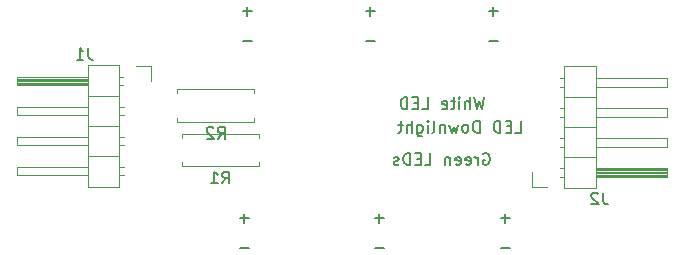
<source format=gbr>
G04 #@! TF.GenerationSoftware,KiCad,Pcbnew,(5.1.5-0-10_14)*
G04 #@! TF.CreationDate,2020-06-22T06:00:13+10:00*
G04 #@! TF.ProjectId,LED_Downlight,4c45445f-446f-4776-9e6c-696768742e6b,rev?*
G04 #@! TF.SameCoordinates,Original*
G04 #@! TF.FileFunction,Legend,Bot*
G04 #@! TF.FilePolarity,Positive*
%FSLAX46Y46*%
G04 Gerber Fmt 4.6, Leading zero omitted, Abs format (unit mm)*
G04 Created by KiCad (PCBNEW (5.1.5-0-10_14)) date 2020-06-22 06:00:13*
%MOMM*%
%LPD*%
G04 APERTURE LIST*
%ADD10C,0.150000*%
%ADD11C,0.120000*%
G04 APERTURE END LIST*
D10*
X206628952Y-49855428D02*
X205867047Y-49855428D01*
X206248000Y-50236380D02*
X206248000Y-49474476D01*
X206628952Y-52395428D02*
X205867047Y-52395428D01*
X196214952Y-52395428D02*
X195453047Y-52395428D01*
X196214952Y-49855428D02*
X195453047Y-49855428D01*
X195834000Y-50236380D02*
X195834000Y-49474476D01*
X185800952Y-49855428D02*
X185039047Y-49855428D01*
X185420000Y-50236380D02*
X185420000Y-49474476D01*
X185800952Y-52395428D02*
X185039047Y-52395428D01*
X185546952Y-67381428D02*
X184785047Y-67381428D01*
X185166000Y-67762380D02*
X185166000Y-67000476D01*
X185546952Y-69921428D02*
X184785047Y-69921428D01*
X196976952Y-69921428D02*
X196215047Y-69921428D01*
X196976952Y-67381428D02*
X196215047Y-67381428D01*
X196596000Y-67762380D02*
X196596000Y-67000476D01*
X207644952Y-69921428D02*
X206883047Y-69921428D01*
X207644952Y-67381428D02*
X206883047Y-67381428D01*
X207264000Y-67762380D02*
X207264000Y-67000476D01*
X205390000Y-61930000D02*
X205485238Y-61882380D01*
X205628095Y-61882380D01*
X205770952Y-61930000D01*
X205866190Y-62025238D01*
X205913809Y-62120476D01*
X205961428Y-62310952D01*
X205961428Y-62453809D01*
X205913809Y-62644285D01*
X205866190Y-62739523D01*
X205770952Y-62834761D01*
X205628095Y-62882380D01*
X205532857Y-62882380D01*
X205390000Y-62834761D01*
X205342380Y-62787142D01*
X205342380Y-62453809D01*
X205532857Y-62453809D01*
X204913809Y-62882380D02*
X204913809Y-62215714D01*
X204913809Y-62406190D02*
X204866190Y-62310952D01*
X204818571Y-62263333D01*
X204723333Y-62215714D01*
X204628095Y-62215714D01*
X203913809Y-62834761D02*
X204009047Y-62882380D01*
X204199523Y-62882380D01*
X204294761Y-62834761D01*
X204342380Y-62739523D01*
X204342380Y-62358571D01*
X204294761Y-62263333D01*
X204199523Y-62215714D01*
X204009047Y-62215714D01*
X203913809Y-62263333D01*
X203866190Y-62358571D01*
X203866190Y-62453809D01*
X204342380Y-62549047D01*
X203056666Y-62834761D02*
X203151904Y-62882380D01*
X203342380Y-62882380D01*
X203437619Y-62834761D01*
X203485238Y-62739523D01*
X203485238Y-62358571D01*
X203437619Y-62263333D01*
X203342380Y-62215714D01*
X203151904Y-62215714D01*
X203056666Y-62263333D01*
X203009047Y-62358571D01*
X203009047Y-62453809D01*
X203485238Y-62549047D01*
X202580476Y-62215714D02*
X202580476Y-62882380D01*
X202580476Y-62310952D02*
X202532857Y-62263333D01*
X202437619Y-62215714D01*
X202294761Y-62215714D01*
X202199523Y-62263333D01*
X202151904Y-62358571D01*
X202151904Y-62882380D01*
X200437619Y-62882380D02*
X200913809Y-62882380D01*
X200913809Y-61882380D01*
X200104285Y-62358571D02*
X199770952Y-62358571D01*
X199628095Y-62882380D02*
X200104285Y-62882380D01*
X200104285Y-61882380D01*
X199628095Y-61882380D01*
X199199523Y-62882380D02*
X199199523Y-61882380D01*
X198961428Y-61882380D01*
X198818571Y-61930000D01*
X198723333Y-62025238D01*
X198675714Y-62120476D01*
X198628095Y-62310952D01*
X198628095Y-62453809D01*
X198675714Y-62644285D01*
X198723333Y-62739523D01*
X198818571Y-62834761D01*
X198961428Y-62882380D01*
X199199523Y-62882380D01*
X198247142Y-62834761D02*
X198151904Y-62882380D01*
X197961428Y-62882380D01*
X197866190Y-62834761D01*
X197818571Y-62739523D01*
X197818571Y-62691904D01*
X197866190Y-62596666D01*
X197961428Y-62549047D01*
X198104285Y-62549047D01*
X198199523Y-62501428D01*
X198247142Y-62406190D01*
X198247142Y-62358571D01*
X198199523Y-62263333D01*
X198104285Y-62215714D01*
X197961428Y-62215714D01*
X197866190Y-62263333D01*
X208096857Y-60142380D02*
X208573047Y-60142380D01*
X208573047Y-59142380D01*
X207763523Y-59618571D02*
X207430190Y-59618571D01*
X207287333Y-60142380D02*
X207763523Y-60142380D01*
X207763523Y-59142380D01*
X207287333Y-59142380D01*
X206858761Y-60142380D02*
X206858761Y-59142380D01*
X206620666Y-59142380D01*
X206477809Y-59190000D01*
X206382571Y-59285238D01*
X206334952Y-59380476D01*
X206287333Y-59570952D01*
X206287333Y-59713809D01*
X206334952Y-59904285D01*
X206382571Y-59999523D01*
X206477809Y-60094761D01*
X206620666Y-60142380D01*
X206858761Y-60142380D01*
X205096857Y-60142380D02*
X205096857Y-59142380D01*
X204858761Y-59142380D01*
X204715904Y-59190000D01*
X204620666Y-59285238D01*
X204573047Y-59380476D01*
X204525428Y-59570952D01*
X204525428Y-59713809D01*
X204573047Y-59904285D01*
X204620666Y-59999523D01*
X204715904Y-60094761D01*
X204858761Y-60142380D01*
X205096857Y-60142380D01*
X203954000Y-60142380D02*
X204049238Y-60094761D01*
X204096857Y-60047142D01*
X204144476Y-59951904D01*
X204144476Y-59666190D01*
X204096857Y-59570952D01*
X204049238Y-59523333D01*
X203954000Y-59475714D01*
X203811142Y-59475714D01*
X203715904Y-59523333D01*
X203668285Y-59570952D01*
X203620666Y-59666190D01*
X203620666Y-59951904D01*
X203668285Y-60047142D01*
X203715904Y-60094761D01*
X203811142Y-60142380D01*
X203954000Y-60142380D01*
X203287333Y-59475714D02*
X203096857Y-60142380D01*
X202906380Y-59666190D01*
X202715904Y-60142380D01*
X202525428Y-59475714D01*
X202144476Y-59475714D02*
X202144476Y-60142380D01*
X202144476Y-59570952D02*
X202096857Y-59523333D01*
X202001619Y-59475714D01*
X201858761Y-59475714D01*
X201763523Y-59523333D01*
X201715904Y-59618571D01*
X201715904Y-60142380D01*
X201096857Y-60142380D02*
X201192095Y-60094761D01*
X201239714Y-59999523D01*
X201239714Y-59142380D01*
X200715904Y-60142380D02*
X200715904Y-59475714D01*
X200715904Y-59142380D02*
X200763523Y-59190000D01*
X200715904Y-59237619D01*
X200668285Y-59190000D01*
X200715904Y-59142380D01*
X200715904Y-59237619D01*
X199811142Y-59475714D02*
X199811142Y-60285238D01*
X199858761Y-60380476D01*
X199906380Y-60428095D01*
X200001619Y-60475714D01*
X200144476Y-60475714D01*
X200239714Y-60428095D01*
X199811142Y-60094761D02*
X199906380Y-60142380D01*
X200096857Y-60142380D01*
X200192095Y-60094761D01*
X200239714Y-60047142D01*
X200287333Y-59951904D01*
X200287333Y-59666190D01*
X200239714Y-59570952D01*
X200192095Y-59523333D01*
X200096857Y-59475714D01*
X199906380Y-59475714D01*
X199811142Y-59523333D01*
X199334952Y-60142380D02*
X199334952Y-59142380D01*
X198906380Y-60142380D02*
X198906380Y-59618571D01*
X198954000Y-59523333D01*
X199049238Y-59475714D01*
X199192095Y-59475714D01*
X199287333Y-59523333D01*
X199334952Y-59570952D01*
X198573047Y-59475714D02*
X198192095Y-59475714D01*
X198430190Y-59142380D02*
X198430190Y-59999523D01*
X198382571Y-60094761D01*
X198287333Y-60142380D01*
X198192095Y-60142380D01*
X205501428Y-57172380D02*
X205263333Y-58172380D01*
X205072857Y-57458095D01*
X204882380Y-58172380D01*
X204644285Y-57172380D01*
X204263333Y-58172380D02*
X204263333Y-57172380D01*
X203834761Y-58172380D02*
X203834761Y-57648571D01*
X203882380Y-57553333D01*
X203977619Y-57505714D01*
X204120476Y-57505714D01*
X204215714Y-57553333D01*
X204263333Y-57600952D01*
X203358571Y-58172380D02*
X203358571Y-57505714D01*
X203358571Y-57172380D02*
X203406190Y-57220000D01*
X203358571Y-57267619D01*
X203310952Y-57220000D01*
X203358571Y-57172380D01*
X203358571Y-57267619D01*
X203025238Y-57505714D02*
X202644285Y-57505714D01*
X202882380Y-57172380D02*
X202882380Y-58029523D01*
X202834761Y-58124761D01*
X202739523Y-58172380D01*
X202644285Y-58172380D01*
X201930000Y-58124761D02*
X202025238Y-58172380D01*
X202215714Y-58172380D01*
X202310952Y-58124761D01*
X202358571Y-58029523D01*
X202358571Y-57648571D01*
X202310952Y-57553333D01*
X202215714Y-57505714D01*
X202025238Y-57505714D01*
X201930000Y-57553333D01*
X201882380Y-57648571D01*
X201882380Y-57743809D01*
X202358571Y-57839047D01*
X200215714Y-58172380D02*
X200691904Y-58172380D01*
X200691904Y-57172380D01*
X199882380Y-57648571D02*
X199549047Y-57648571D01*
X199406190Y-58172380D02*
X199882380Y-58172380D01*
X199882380Y-57172380D01*
X199406190Y-57172380D01*
X198977619Y-58172380D02*
X198977619Y-57172380D01*
X198739523Y-57172380D01*
X198596666Y-57220000D01*
X198501428Y-57315238D01*
X198453809Y-57410476D01*
X198406190Y-57600952D01*
X198406190Y-57743809D01*
X198453809Y-57934285D01*
X198501428Y-58029523D01*
X198596666Y-58124761D01*
X198739523Y-58172380D01*
X198977619Y-58172380D01*
D11*
X186030000Y-56470000D02*
X186030000Y-56800000D01*
X179490000Y-56470000D02*
X186030000Y-56470000D01*
X179490000Y-56800000D02*
X179490000Y-56470000D01*
X186030000Y-59210000D02*
X186030000Y-58880000D01*
X179490000Y-59210000D02*
X186030000Y-59210000D01*
X179490000Y-58880000D02*
X179490000Y-59210000D01*
X186410000Y-60260000D02*
X186410000Y-60590000D01*
X179870000Y-60260000D02*
X186410000Y-60260000D01*
X179870000Y-60590000D02*
X179870000Y-60260000D01*
X186410000Y-63000000D02*
X186410000Y-62670000D01*
X179870000Y-63000000D02*
X186410000Y-63000000D01*
X179870000Y-62670000D02*
X179870000Y-63000000D01*
X209550000Y-64770000D02*
X210820000Y-64770000D01*
X209550000Y-63500000D02*
X209550000Y-64770000D01*
X211862929Y-55500000D02*
X212260000Y-55500000D01*
X211862929Y-56260000D02*
X212260000Y-56260000D01*
X220920000Y-55500000D02*
X214920000Y-55500000D01*
X220920000Y-56260000D02*
X220920000Y-55500000D01*
X214920000Y-56260000D02*
X220920000Y-56260000D01*
X212260000Y-57150000D02*
X214920000Y-57150000D01*
X211862929Y-58040000D02*
X212260000Y-58040000D01*
X211862929Y-58800000D02*
X212260000Y-58800000D01*
X220920000Y-58040000D02*
X214920000Y-58040000D01*
X220920000Y-58800000D02*
X220920000Y-58040000D01*
X214920000Y-58800000D02*
X220920000Y-58800000D01*
X212260000Y-59690000D02*
X214920000Y-59690000D01*
X211862929Y-60580000D02*
X212260000Y-60580000D01*
X211862929Y-61340000D02*
X212260000Y-61340000D01*
X220920000Y-60580000D02*
X214920000Y-60580000D01*
X220920000Y-61340000D02*
X220920000Y-60580000D01*
X214920000Y-61340000D02*
X220920000Y-61340000D01*
X212260000Y-62230000D02*
X214920000Y-62230000D01*
X211930000Y-63120000D02*
X212260000Y-63120000D01*
X211930000Y-63880000D02*
X212260000Y-63880000D01*
X214920000Y-63220000D02*
X220920000Y-63220000D01*
X214920000Y-63340000D02*
X220920000Y-63340000D01*
X214920000Y-63460000D02*
X220920000Y-63460000D01*
X214920000Y-63580000D02*
X220920000Y-63580000D01*
X214920000Y-63700000D02*
X220920000Y-63700000D01*
X214920000Y-63820000D02*
X220920000Y-63820000D01*
X220920000Y-63120000D02*
X214920000Y-63120000D01*
X220920000Y-63880000D02*
X220920000Y-63120000D01*
X214920000Y-63880000D02*
X220920000Y-63880000D01*
X214920000Y-64830000D02*
X212260000Y-64830000D01*
X214920000Y-54550000D02*
X214920000Y-64830000D01*
X212260000Y-54550000D02*
X214920000Y-54550000D01*
X212260000Y-64830000D02*
X212260000Y-54550000D01*
X177292000Y-54510000D02*
X176022000Y-54510000D01*
X177292000Y-55780000D02*
X177292000Y-54510000D01*
X174979071Y-63780000D02*
X174582000Y-63780000D01*
X174979071Y-63020000D02*
X174582000Y-63020000D01*
X165922000Y-63780000D02*
X171922000Y-63780000D01*
X165922000Y-63020000D02*
X165922000Y-63780000D01*
X171922000Y-63020000D02*
X165922000Y-63020000D01*
X174582000Y-62130000D02*
X171922000Y-62130000D01*
X174979071Y-61240000D02*
X174582000Y-61240000D01*
X174979071Y-60480000D02*
X174582000Y-60480000D01*
X165922000Y-61240000D02*
X171922000Y-61240000D01*
X165922000Y-60480000D02*
X165922000Y-61240000D01*
X171922000Y-60480000D02*
X165922000Y-60480000D01*
X174582000Y-59590000D02*
X171922000Y-59590000D01*
X174979071Y-58700000D02*
X174582000Y-58700000D01*
X174979071Y-57940000D02*
X174582000Y-57940000D01*
X165922000Y-58700000D02*
X171922000Y-58700000D01*
X165922000Y-57940000D02*
X165922000Y-58700000D01*
X171922000Y-57940000D02*
X165922000Y-57940000D01*
X174582000Y-57050000D02*
X171922000Y-57050000D01*
X174912000Y-56160000D02*
X174582000Y-56160000D01*
X174912000Y-55400000D02*
X174582000Y-55400000D01*
X171922000Y-56060000D02*
X165922000Y-56060000D01*
X171922000Y-55940000D02*
X165922000Y-55940000D01*
X171922000Y-55820000D02*
X165922000Y-55820000D01*
X171922000Y-55700000D02*
X165922000Y-55700000D01*
X171922000Y-55580000D02*
X165922000Y-55580000D01*
X171922000Y-55460000D02*
X165922000Y-55460000D01*
X165922000Y-56160000D02*
X171922000Y-56160000D01*
X165922000Y-55400000D02*
X165922000Y-56160000D01*
X171922000Y-55400000D02*
X165922000Y-55400000D01*
X171922000Y-54450000D02*
X174582000Y-54450000D01*
X171922000Y-64730000D02*
X171922000Y-54450000D01*
X174582000Y-64730000D02*
X171922000Y-64730000D01*
X174582000Y-54450000D02*
X174582000Y-64730000D01*
D10*
X182926666Y-60662380D02*
X183260000Y-60186190D01*
X183498095Y-60662380D02*
X183498095Y-59662380D01*
X183117142Y-59662380D01*
X183021904Y-59710000D01*
X182974285Y-59757619D01*
X182926666Y-59852857D01*
X182926666Y-59995714D01*
X182974285Y-60090952D01*
X183021904Y-60138571D01*
X183117142Y-60186190D01*
X183498095Y-60186190D01*
X182545714Y-59757619D02*
X182498095Y-59710000D01*
X182402857Y-59662380D01*
X182164761Y-59662380D01*
X182069523Y-59710000D01*
X182021904Y-59757619D01*
X181974285Y-59852857D01*
X181974285Y-59948095D01*
X182021904Y-60090952D01*
X182593333Y-60662380D01*
X181974285Y-60662380D01*
X183306666Y-64452380D02*
X183640000Y-63976190D01*
X183878095Y-64452380D02*
X183878095Y-63452380D01*
X183497142Y-63452380D01*
X183401904Y-63500000D01*
X183354285Y-63547619D01*
X183306666Y-63642857D01*
X183306666Y-63785714D01*
X183354285Y-63880952D01*
X183401904Y-63928571D01*
X183497142Y-63976190D01*
X183878095Y-63976190D01*
X182354285Y-64452380D02*
X182925714Y-64452380D01*
X182640000Y-64452380D02*
X182640000Y-63452380D01*
X182735238Y-63595238D01*
X182830476Y-63690476D01*
X182925714Y-63738095D01*
X215538333Y-65222380D02*
X215538333Y-65936666D01*
X215585952Y-66079523D01*
X215681190Y-66174761D01*
X215824047Y-66222380D01*
X215919285Y-66222380D01*
X215109761Y-65317619D02*
X215062142Y-65270000D01*
X214966904Y-65222380D01*
X214728809Y-65222380D01*
X214633571Y-65270000D01*
X214585952Y-65317619D01*
X214538333Y-65412857D01*
X214538333Y-65508095D01*
X214585952Y-65650952D01*
X215157380Y-66222380D01*
X214538333Y-66222380D01*
X171970333Y-52962380D02*
X171970333Y-53676666D01*
X172017952Y-53819523D01*
X172113190Y-53914761D01*
X172256047Y-53962380D01*
X172351285Y-53962380D01*
X170970333Y-53962380D02*
X171541761Y-53962380D01*
X171256047Y-53962380D02*
X171256047Y-52962380D01*
X171351285Y-53105238D01*
X171446523Y-53200476D01*
X171541761Y-53248095D01*
M02*

</source>
